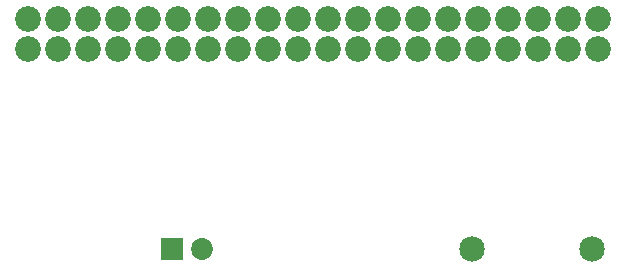
<source format=gbs>
G04 MADE WITH FRITZING*
G04 WWW.FRITZING.ORG*
G04 DOUBLE SIDED*
G04 HOLES PLATED*
G04 CONTOUR ON CENTER OF CONTOUR VECTOR*
%ASAXBY*%
%FSLAX23Y23*%
%MOIN*%
%OFA0B0*%
%SFA1.0B1.0*%
%ADD10C,0.085361*%
%ADD11C,0.072992*%
%ADD12C,0.085000*%
%ADD13R,0.072992X0.072992*%
%LNMASK0*%
G90*
G70*
G54D10*
X367Y2052D03*
X467Y2052D03*
X567Y2052D03*
X667Y2052D03*
X767Y2052D03*
X867Y2052D03*
X967Y2052D03*
X1067Y2052D03*
X1167Y2052D03*
X1267Y2052D03*
X1367Y2052D03*
X1467Y2052D03*
X1567Y2052D03*
X1667Y2052D03*
X1767Y2052D03*
X1867Y2052D03*
X1967Y2052D03*
X2067Y2052D03*
X2167Y2052D03*
X2267Y2052D03*
X2267Y2152D03*
X2167Y2152D03*
X2067Y2152D03*
X1967Y2152D03*
X1867Y2152D03*
X1767Y2152D03*
X1667Y2152D03*
X1567Y2152D03*
X1467Y2152D03*
X1367Y2152D03*
X1267Y2152D03*
X1167Y2152D03*
X1067Y2152D03*
X967Y2152D03*
X867Y2152D03*
X767Y2152D03*
X667Y2152D03*
X567Y2152D03*
X467Y2152D03*
X367Y2152D03*
G54D11*
X849Y1387D03*
X948Y1387D03*
G54D12*
X1848Y1387D03*
X2248Y1387D03*
G54D13*
X849Y1387D03*
G04 End of Mask0*
M02*
</source>
